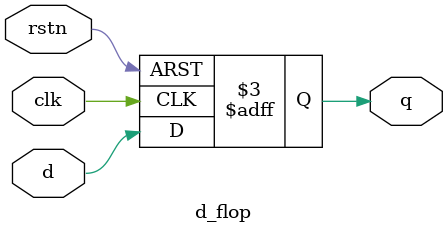
<source format=sv>
`timescale 1ns / 1ps


module d_flop  (
  input  logic clk, rstn,
  input  logic  d,
  output logic  q
);

  always_ff @(posedge clk, negedge rstn) begin
    if (!rstn) begin
      q <= 0;
    end else begin
      q <= d;
    end
  end
  
endmodule

</source>
